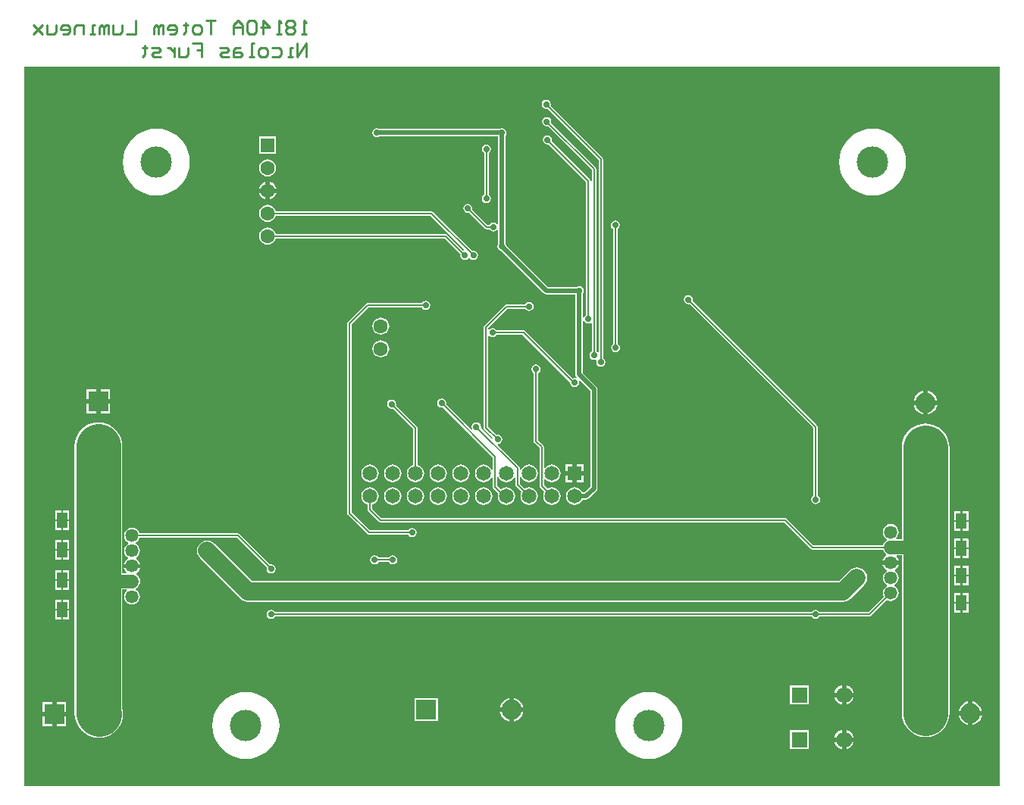
<source format=gbr>
%TF.GenerationSoftware,Altium Limited,Altium Designer,18.1.9 (240)*%
G04 Layer_Physical_Order=2*
G04 Layer_Color=16711680*
%FSLAX43Y43*%
%MOMM*%
%TF.FileFunction,Copper,L2,Bot,Signal*%
%TF.Part,Single*%
G01*
G75*
%TA.AperFunction,SMDPad,CuDef*%
%ADD11R,1.150X1.800*%
%TA.AperFunction,Conductor*%
%ADD29C,2.000*%
%ADD30C,0.200*%
%ADD31C,0.500*%
%ADD34C,1.500*%
%TA.AperFunction,NonConductor*%
%ADD36C,0.254*%
%TA.AperFunction,ComponentPad*%
%ADD37R,2.250X2.250*%
%ADD38C,2.250*%
%ADD39C,1.470*%
%ADD40R,2.250X2.250*%
%ADD41C,1.600*%
%ADD42R,1.600X1.600*%
%ADD43C,1.650*%
%ADD44R,1.650X1.650*%
%ADD45R,1.800X1.800*%
%ADD46C,1.800*%
%TA.AperFunction,ViaPad*%
%ADD47C,0.710*%
%ADD48C,3.500*%
%ADD49C,1.500*%
%ADD50C,1.270*%
%TA.AperFunction,Conductor*%
%ADD51C,5.000*%
G36*
X109219Y255D02*
X255D01*
X255Y80645D01*
X109219D01*
X109219Y255D01*
D02*
G37*
%LPC*%
G36*
X28382Y72832D02*
X26482D01*
Y70932D01*
X28382D01*
Y72832D01*
D02*
G37*
G36*
X27432Y70300D02*
X27184Y70268D01*
X26953Y70172D01*
X26754Y70020D01*
X26602Y69821D01*
X26506Y69590D01*
X26474Y69342D01*
X26506Y69094D01*
X26602Y68863D01*
X26754Y68664D01*
X26953Y68512D01*
X27184Y68416D01*
X27432Y68384D01*
X27680Y68416D01*
X27911Y68512D01*
X28110Y68664D01*
X28262Y68863D01*
X28358Y69094D01*
X28390Y69342D01*
X28358Y69590D01*
X28262Y69821D01*
X28110Y70020D01*
X27911Y70172D01*
X27680Y70268D01*
X27432Y70300D01*
D02*
G37*
G36*
X27682Y67778D02*
Y67052D01*
X28408D01*
X28406Y67063D01*
X28305Y67306D01*
X28145Y67515D01*
X27936Y67675D01*
X27693Y67776D01*
X27682Y67778D01*
D02*
G37*
G36*
X27182D02*
X27171Y67776D01*
X26928Y67675D01*
X26719Y67515D01*
X26559Y67306D01*
X26458Y67063D01*
X26456Y67052D01*
X27182D01*
Y67778D01*
D02*
G37*
G36*
X95000Y73737D02*
X94415Y73691D01*
X93845Y73554D01*
X93304Y73329D01*
X92804Y73023D01*
X92358Y72642D01*
X91977Y72196D01*
X91671Y71696D01*
X91446Y71155D01*
X91309Y70585D01*
X91263Y70000D01*
X91309Y69415D01*
X91446Y68845D01*
X91671Y68304D01*
X91977Y67804D01*
X92358Y67358D01*
X92804Y66977D01*
X93304Y66671D01*
X93845Y66446D01*
X94415Y66309D01*
X95000Y66263D01*
X95585Y66309D01*
X96155Y66446D01*
X96696Y66671D01*
X97196Y66977D01*
X97642Y67358D01*
X98023Y67804D01*
X98329Y68304D01*
X98554Y68845D01*
X98691Y69415D01*
X98737Y70000D01*
X98691Y70585D01*
X98554Y71155D01*
X98329Y71696D01*
X98023Y72196D01*
X97642Y72642D01*
X97196Y73023D01*
X96696Y73329D01*
X96155Y73554D01*
X95585Y73691D01*
X95000Y73737D01*
D02*
G37*
G36*
X15000D02*
X14415Y73691D01*
X13845Y73554D01*
X13304Y73329D01*
X12804Y73023D01*
X12358Y72642D01*
X11977Y72196D01*
X11671Y71696D01*
X11446Y71155D01*
X11309Y70585D01*
X11263Y70000D01*
X11309Y69415D01*
X11446Y68845D01*
X11671Y68304D01*
X11977Y67804D01*
X12358Y67358D01*
X12804Y66977D01*
X13304Y66671D01*
X13845Y66446D01*
X14415Y66309D01*
X15000Y66263D01*
X15585Y66309D01*
X16155Y66446D01*
X16696Y66671D01*
X17196Y66977D01*
X17642Y67358D01*
X18023Y67804D01*
X18329Y68304D01*
X18554Y68845D01*
X18691Y69415D01*
X18737Y70000D01*
X18691Y70585D01*
X18554Y71155D01*
X18329Y71696D01*
X18023Y72196D01*
X17642Y72642D01*
X17196Y73023D01*
X16696Y73329D01*
X16155Y73554D01*
X15585Y73691D01*
X15000Y73737D01*
D02*
G37*
G36*
X28408Y66552D02*
X27682D01*
Y65826D01*
X27693Y65828D01*
X27936Y65928D01*
X28145Y66089D01*
X28305Y66298D01*
X28406Y66541D01*
X28408Y66552D01*
D02*
G37*
G36*
X27182D02*
X26456D01*
X26458Y66541D01*
X26559Y66298D01*
X26719Y66089D01*
X26928Y65928D01*
X27171Y65828D01*
X27182Y65826D01*
Y66552D01*
D02*
G37*
G36*
X51855Y71944D02*
X51658Y71905D01*
X51491Y71793D01*
X51379Y71626D01*
X51340Y71429D01*
X51379Y71232D01*
X51491Y71065D01*
X51600Y70992D01*
Y66350D01*
X51491Y66277D01*
X51379Y66110D01*
X51340Y65913D01*
X51379Y65716D01*
X51491Y65549D01*
X51658Y65437D01*
X51855Y65398D01*
X52052Y65437D01*
X52219Y65549D01*
X52331Y65716D01*
X52370Y65913D01*
X52331Y66110D01*
X52219Y66277D01*
X52110Y66350D01*
Y70992D01*
X52219Y71065D01*
X52331Y71232D01*
X52370Y71429D01*
X52331Y71626D01*
X52219Y71793D01*
X52052Y71905D01*
X51855Y71944D01*
D02*
G37*
G36*
X27432Y65220D02*
X27184Y65188D01*
X26953Y65092D01*
X26754Y64940D01*
X26602Y64741D01*
X26506Y64510D01*
X26474Y64262D01*
X26506Y64014D01*
X26602Y63783D01*
X26754Y63584D01*
X26953Y63432D01*
X27184Y63336D01*
X27432Y63304D01*
X27680Y63336D01*
X27911Y63432D01*
X28110Y63584D01*
X28262Y63783D01*
X28355Y64007D01*
X45614D01*
X49352Y60269D01*
X49313Y60129D01*
X49263Y60116D01*
X47476Y61902D01*
X47394Y61957D01*
X47296Y61977D01*
X28355D01*
X28262Y62201D01*
X28110Y62400D01*
X27911Y62552D01*
X27680Y62648D01*
X27432Y62680D01*
X27184Y62648D01*
X26953Y62552D01*
X26754Y62400D01*
X26602Y62201D01*
X26506Y61970D01*
X26474Y61722D01*
X26506Y61474D01*
X26602Y61243D01*
X26754Y61044D01*
X26953Y60892D01*
X27184Y60796D01*
X27432Y60764D01*
X27680Y60796D01*
X27911Y60892D01*
X28110Y61044D01*
X28262Y61243D01*
X28355Y61467D01*
X47190D01*
X48966Y59692D01*
X48940Y59563D01*
X48979Y59366D01*
X49091Y59199D01*
X49258Y59087D01*
X49455Y59048D01*
X49652Y59087D01*
X49819Y59199D01*
X49861Y59261D01*
X50013D01*
X50055Y59199D01*
X50222Y59087D01*
X50419Y59048D01*
X50616Y59087D01*
X50783Y59199D01*
X50895Y59366D01*
X50934Y59563D01*
X50895Y59760D01*
X50783Y59927D01*
X50616Y60039D01*
X50419Y60078D01*
X50290Y60052D01*
X45900Y64442D01*
X45818Y64497D01*
X45720Y64517D01*
X28355D01*
X28262Y64741D01*
X28110Y64940D01*
X27911Y65092D01*
X27680Y65188D01*
X27432Y65220D01*
D02*
G37*
G36*
X45085Y54490D02*
X44888Y54451D01*
X44721Y54339D01*
X44648Y54230D01*
X38608D01*
X38510Y54210D01*
X38428Y54155D01*
X36396Y52123D01*
X36340Y52041D01*
X36321Y51943D01*
Y30734D01*
X36340Y30636D01*
X36396Y30554D01*
X38555Y28395D01*
X38637Y28340D01*
X38735Y28320D01*
X43124D01*
X43197Y28211D01*
X43364Y28099D01*
X43561Y28060D01*
X43758Y28099D01*
X43925Y28211D01*
X44037Y28378D01*
X44076Y28575D01*
X44037Y28772D01*
X43925Y28939D01*
X43758Y29051D01*
X43561Y29090D01*
X43364Y29051D01*
X43197Y28939D01*
X43124Y28830D01*
X38841D01*
X36831Y30840D01*
Y51837D01*
X38714Y53720D01*
X44648D01*
X44721Y53611D01*
X44888Y53499D01*
X45085Y53460D01*
X45282Y53499D01*
X45449Y53611D01*
X45561Y53778D01*
X45600Y53975D01*
X45561Y54172D01*
X45449Y54339D01*
X45282Y54451D01*
X45085Y54490D01*
D02*
G37*
G36*
X40075Y52620D02*
X39827Y52588D01*
X39596Y52492D01*
X39397Y52340D01*
X39245Y52141D01*
X39149Y51910D01*
X39117Y51662D01*
X39149Y51414D01*
X39245Y51183D01*
X39397Y50984D01*
X39596Y50832D01*
X39827Y50736D01*
X40075Y50704D01*
X40323Y50736D01*
X40554Y50832D01*
X40753Y50984D01*
X40905Y51183D01*
X41001Y51414D01*
X41033Y51662D01*
X41001Y51910D01*
X40905Y52141D01*
X40753Y52340D01*
X40554Y52492D01*
X40323Y52588D01*
X40075Y52620D01*
D02*
G37*
G36*
X66267Y63458D02*
X66070Y63419D01*
X65903Y63307D01*
X65791Y63140D01*
X65752Y62943D01*
X65791Y62746D01*
X65903Y62579D01*
X66012Y62506D01*
Y49669D01*
X65930Y49614D01*
X65818Y49447D01*
X65779Y49250D01*
X65818Y49053D01*
X65930Y48886D01*
X66097Y48774D01*
X66294Y48735D01*
X66491Y48774D01*
X66658Y48886D01*
X66770Y49053D01*
X66809Y49250D01*
X66770Y49447D01*
X66658Y49614D01*
X66522Y49705D01*
Y62506D01*
X66631Y62579D01*
X66743Y62746D01*
X66782Y62943D01*
X66743Y63140D01*
X66631Y63307D01*
X66464Y63419D01*
X66267Y63458D01*
D02*
G37*
G36*
X58547Y76969D02*
X58350Y76930D01*
X58183Y76818D01*
X58071Y76651D01*
X58032Y76454D01*
X58071Y76257D01*
X58183Y76090D01*
X58350Y75978D01*
X58547Y75939D01*
X58676Y75965D01*
X64388Y70252D01*
Y48766D01*
X64261Y48727D01*
X64245Y48751D01*
X64136Y48824D01*
Y69215D01*
X64116Y69313D01*
X64061Y69395D01*
X59086Y74370D01*
X59112Y74499D01*
X59073Y74696D01*
X58961Y74863D01*
X58794Y74975D01*
X58597Y75014D01*
X58400Y74975D01*
X58233Y74863D01*
X58121Y74696D01*
X58082Y74499D01*
X58121Y74302D01*
X58233Y74135D01*
X58400Y74023D01*
X58597Y73984D01*
X58726Y74010D01*
X63626Y69109D01*
Y67899D01*
X63501Y67895D01*
X63481Y67993D01*
X63426Y68075D01*
X59163Y72338D01*
X59189Y72467D01*
X59150Y72664D01*
X59038Y72831D01*
X58871Y72943D01*
X58674Y72982D01*
X58477Y72943D01*
X58310Y72831D01*
X58198Y72664D01*
X58159Y72467D01*
X58198Y72270D01*
X58310Y72103D01*
X58477Y71991D01*
X58674Y71952D01*
X58803Y71978D01*
X62991Y67789D01*
Y52888D01*
X62882Y52815D01*
X62770Y52648D01*
X62765Y52621D01*
X62638Y52633D01*
Y55327D01*
X62706Y55429D01*
X62745Y55626D01*
X62706Y55823D01*
X62594Y55990D01*
X62427Y56102D01*
X62230Y56141D01*
X62033Y56102D01*
X61931Y56034D01*
X58715D01*
X54094Y60655D01*
X54070Y60775D01*
X54002Y60877D01*
Y72980D01*
X54070Y73082D01*
X54109Y73279D01*
X54070Y73476D01*
X53958Y73643D01*
X53791Y73755D01*
X53594Y73794D01*
X53397Y73755D01*
X53295Y73687D01*
X39923D01*
X39821Y73755D01*
X39624Y73794D01*
X39427Y73755D01*
X39260Y73643D01*
X39148Y73476D01*
X39109Y73279D01*
X39148Y73082D01*
X39260Y72915D01*
X39427Y72803D01*
X39624Y72764D01*
X39821Y72803D01*
X39923Y72871D01*
X53186D01*
Y63081D01*
X53059Y63042D01*
X53019Y63102D01*
X52852Y63214D01*
X52655Y63253D01*
X52458Y63214D01*
X52291Y63102D01*
X52218Y62993D01*
X51967D01*
X50273Y64686D01*
X50299Y64815D01*
X50260Y65012D01*
X50148Y65179D01*
X49981Y65291D01*
X49784Y65330D01*
X49587Y65291D01*
X49420Y65179D01*
X49308Y65012D01*
X49269Y64815D01*
X49308Y64618D01*
X49420Y64451D01*
X49587Y64339D01*
X49784Y64300D01*
X49913Y64326D01*
X51681Y62558D01*
X51763Y62503D01*
X51861Y62483D01*
X52218D01*
X52291Y62374D01*
X52458Y62262D01*
X52655Y62223D01*
X52852Y62262D01*
X53019Y62374D01*
X53059Y62434D01*
X53186Y62395D01*
Y60877D01*
X53118Y60775D01*
X53079Y60578D01*
X53118Y60381D01*
X53230Y60214D01*
X53397Y60102D01*
X53517Y60078D01*
X58258Y55338D01*
X58390Y55249D01*
X58546Y55218D01*
X58546Y55218D01*
X61822D01*
Y46391D01*
X61795Y46255D01*
X61826Y46099D01*
X61915Y45967D01*
X61942Y45940D01*
X61879Y45823D01*
X61722Y45854D01*
X61525Y45815D01*
X61498Y45797D01*
X56187Y51107D01*
X56105Y51162D01*
X56007Y51182D01*
X53015D01*
X52942Y51291D01*
X52775Y51403D01*
X52578Y51442D01*
X52381Y51403D01*
X52214Y51291D01*
X52198Y51267D01*
X52071Y51306D01*
Y51456D01*
X54208Y53593D01*
X56205D01*
X56278Y53484D01*
X56445Y53372D01*
X56642Y53333D01*
X56839Y53372D01*
X57006Y53484D01*
X57118Y53651D01*
X57157Y53848D01*
X57118Y54045D01*
X57006Y54212D01*
X56839Y54324D01*
X56642Y54363D01*
X56445Y54324D01*
X56278Y54212D01*
X56205Y54103D01*
X54102D01*
X54004Y54083D01*
X53922Y54028D01*
X51636Y51742D01*
X51581Y51660D01*
X51561Y51562D01*
Y40307D01*
X51581Y40210D01*
X51636Y40127D01*
X52589Y39174D01*
X52573Y39096D01*
X52438Y39051D01*
X51232Y40257D01*
X51258Y40386D01*
X51219Y40583D01*
X51107Y40750D01*
X50940Y40862D01*
X50743Y40901D01*
X50546Y40862D01*
X50379Y40750D01*
X50267Y40583D01*
X50228Y40386D01*
X50267Y40189D01*
X50268Y40188D01*
X50169Y40107D01*
X47352Y42924D01*
X47378Y43053D01*
X47339Y43250D01*
X47227Y43417D01*
X47060Y43529D01*
X46863Y43568D01*
X46666Y43529D01*
X46499Y43417D01*
X46387Y43250D01*
X46348Y43053D01*
X46387Y42856D01*
X46499Y42689D01*
X46666Y42577D01*
X46863Y42538D01*
X46992Y42564D01*
X52577Y36978D01*
Y35623D01*
X52450Y35598D01*
X52414Y35686D01*
X52257Y35889D01*
X52054Y36046D01*
X51817Y36144D01*
X51562Y36177D01*
X51307Y36144D01*
X51070Y36046D01*
X50867Y35889D01*
X50710Y35686D01*
X50612Y35449D01*
X50579Y35194D01*
X50612Y34939D01*
X50710Y34702D01*
X50867Y34499D01*
X51070Y34342D01*
X51307Y34244D01*
X51562Y34211D01*
X51817Y34244D01*
X52054Y34342D01*
X52257Y34499D01*
X52414Y34702D01*
X52450Y34790D01*
X52577Y34765D01*
Y33655D01*
X52597Y33557D01*
X52652Y33475D01*
X53171Y32955D01*
X53152Y32909D01*
X53119Y32654D01*
X53152Y32399D01*
X53250Y32162D01*
X53407Y31959D01*
X53610Y31802D01*
X53847Y31704D01*
X54102Y31671D01*
X54357Y31704D01*
X54594Y31802D01*
X54797Y31959D01*
X54954Y32162D01*
X55052Y32399D01*
X55085Y32654D01*
X55052Y32909D01*
X54954Y33146D01*
X54797Y33349D01*
X54594Y33506D01*
X54357Y33604D01*
X54102Y33637D01*
X53847Y33604D01*
X53610Y33506D01*
X53458Y33389D01*
X53087Y33761D01*
Y34765D01*
X53214Y34790D01*
X53250Y34702D01*
X53407Y34499D01*
X53610Y34342D01*
X53847Y34244D01*
X54102Y34211D01*
X54357Y34244D01*
X54594Y34342D01*
X54797Y34499D01*
X54954Y34702D01*
X54990Y34790D01*
X55117Y34765D01*
Y33909D01*
X55137Y33811D01*
X55192Y33729D01*
X55786Y33135D01*
X55692Y32909D01*
X55659Y32654D01*
X55692Y32399D01*
X55790Y32162D01*
X55947Y31959D01*
X56150Y31802D01*
X56387Y31704D01*
X56642Y31671D01*
X56897Y31704D01*
X57134Y31802D01*
X57337Y31959D01*
X57494Y32162D01*
X57592Y32399D01*
X57625Y32654D01*
X57592Y32909D01*
X57494Y33146D01*
X57337Y33349D01*
X57134Y33506D01*
X56897Y33604D01*
X56642Y33637D01*
X56387Y33604D01*
X56150Y33506D01*
X56142Y33499D01*
X55627Y34015D01*
Y34765D01*
X55754Y34790D01*
X55790Y34702D01*
X55947Y34499D01*
X56150Y34342D01*
X56387Y34244D01*
X56642Y34211D01*
X56897Y34244D01*
X57134Y34342D01*
X57337Y34499D01*
X57494Y34702D01*
X57592Y34939D01*
X57625Y35194D01*
X57592Y35449D01*
X57494Y35686D01*
X57337Y35889D01*
X57134Y36046D01*
X56897Y36144D01*
X56642Y36177D01*
X56387Y36144D01*
X56150Y36046D01*
X55947Y35889D01*
X55790Y35686D01*
X55754Y35598D01*
X55627Y35623D01*
Y35757D01*
X55607Y35855D01*
X55552Y35937D01*
X53119Y38370D01*
X53169Y38500D01*
X53315Y38529D01*
X53482Y38641D01*
X53594Y38808D01*
X53633Y39005D01*
X53594Y39202D01*
X53482Y39369D01*
X53315Y39481D01*
X53118Y39520D01*
X52989Y39494D01*
X52071Y40413D01*
Y50548D01*
X52198Y50587D01*
X52214Y50563D01*
X52381Y50451D01*
X52578Y50412D01*
X52775Y50451D01*
X52942Y50563D01*
X53015Y50672D01*
X55901D01*
X61212Y45362D01*
X61207Y45339D01*
X61246Y45142D01*
X61358Y44975D01*
X61525Y44863D01*
X61722Y44824D01*
X61919Y44863D01*
X62086Y44975D01*
X62198Y45142D01*
X62237Y45339D01*
X62206Y45496D01*
X62323Y45559D01*
X63473Y44408D01*
Y33697D01*
X62838Y33062D01*
X62608D01*
X62574Y33146D01*
X62417Y33349D01*
X62214Y33506D01*
X61977Y33604D01*
X61722Y33637D01*
X61467Y33604D01*
X61230Y33506D01*
X61027Y33349D01*
X60870Y33146D01*
X60772Y32909D01*
X60739Y32654D01*
X60772Y32399D01*
X60870Y32162D01*
X61027Y31959D01*
X61230Y31802D01*
X61467Y31704D01*
X61722Y31671D01*
X61977Y31704D01*
X62214Y31802D01*
X62417Y31959D01*
X62574Y32162D01*
X62608Y32246D01*
X63007D01*
X63007Y32246D01*
X63163Y32277D01*
X63295Y32366D01*
X64169Y33240D01*
X64169Y33240D01*
X64258Y33372D01*
X64289Y33528D01*
X64289Y33528D01*
Y44577D01*
X64289Y44577D01*
X64258Y44733D01*
X64169Y44865D01*
X62638Y46397D01*
Y52269D01*
X62765Y52281D01*
X62770Y52254D01*
X62882Y52087D01*
X63049Y51975D01*
X63246Y51936D01*
X63443Y51975D01*
X63499Y52013D01*
X63626Y51945D01*
Y48824D01*
X63517Y48751D01*
X63405Y48584D01*
X63366Y48387D01*
X63405Y48190D01*
X63517Y48023D01*
X63684Y47911D01*
X63881Y47872D01*
X64074Y47910D01*
X64093Y47897D01*
X64153Y47837D01*
X64166Y47818D01*
X64128Y47625D01*
X64167Y47428D01*
X64279Y47261D01*
X64446Y47149D01*
X64643Y47110D01*
X64840Y47149D01*
X65007Y47261D01*
X65119Y47428D01*
X65158Y47625D01*
X65119Y47822D01*
X65007Y47989D01*
X64898Y48062D01*
Y70358D01*
X64878Y70456D01*
X64823Y70538D01*
X59036Y76325D01*
X59062Y76454D01*
X59023Y76651D01*
X58911Y76818D01*
X58744Y76930D01*
X58547Y76969D01*
D02*
G37*
G36*
X40075Y50080D02*
X39827Y50048D01*
X39596Y49952D01*
X39397Y49800D01*
X39245Y49601D01*
X39149Y49370D01*
X39117Y49122D01*
X39149Y48874D01*
X39245Y48643D01*
X39397Y48444D01*
X39596Y48292D01*
X39827Y48196D01*
X40075Y48164D01*
X40323Y48196D01*
X40554Y48292D01*
X40753Y48444D01*
X40905Y48643D01*
X41001Y48874D01*
X41033Y49122D01*
X41001Y49370D01*
X40905Y49601D01*
X40753Y49800D01*
X40554Y49952D01*
X40323Y50048D01*
X40075Y50080D01*
D02*
G37*
G36*
X9834Y44552D02*
X8759D01*
Y43477D01*
X9834D01*
Y44552D01*
D02*
G37*
G36*
X8259D02*
X7184D01*
Y43477D01*
X8259D01*
Y44552D01*
D02*
G37*
G36*
X101168Y44404D02*
Y43350D01*
X102222D01*
X102209Y43446D01*
X102075Y43768D01*
X101863Y44045D01*
X101586Y44257D01*
X101264Y44391D01*
X101168Y44404D01*
D02*
G37*
G36*
X100668D02*
X100572Y44391D01*
X100250Y44257D01*
X99973Y44045D01*
X99761Y43768D01*
X99627Y43446D01*
X99614Y43350D01*
X100668D01*
Y44404D01*
D02*
G37*
G36*
X9834Y42977D02*
X8759D01*
Y41902D01*
X9834D01*
Y42977D01*
D02*
G37*
G36*
X8259D02*
X7184D01*
Y41902D01*
X8259D01*
Y42977D01*
D02*
G37*
G36*
X102222Y42850D02*
X101168D01*
Y41796D01*
X101264Y41809D01*
X101586Y41943D01*
X101863Y42155D01*
X102075Y42432D01*
X102209Y42754D01*
X102222Y42850D01*
D02*
G37*
G36*
X100668D02*
X99614D01*
X99627Y42754D01*
X99761Y42432D01*
X99973Y42155D01*
X100250Y41943D01*
X100572Y41809D01*
X100668Y41796D01*
Y42850D01*
D02*
G37*
G36*
X62747Y36219D02*
X61972D01*
Y35444D01*
X62747D01*
Y36219D01*
D02*
G37*
G36*
X61472D02*
X60697D01*
Y35444D01*
X61472D01*
Y36219D01*
D02*
G37*
G36*
X57404Y47353D02*
X57207Y47314D01*
X57040Y47202D01*
X56928Y47035D01*
X56889Y46838D01*
X56928Y46641D01*
X57040Y46474D01*
X57149Y46401D01*
Y38786D01*
X57168Y38688D01*
X57224Y38606D01*
X57784Y38045D01*
Y33797D01*
X57804Y33699D01*
X57859Y33617D01*
X58330Y33145D01*
X58232Y32909D01*
X58199Y32654D01*
X58232Y32399D01*
X58330Y32162D01*
X58487Y31959D01*
X58690Y31802D01*
X58927Y31704D01*
X59182Y31671D01*
X59437Y31704D01*
X59674Y31802D01*
X59877Y31959D01*
X60034Y32162D01*
X60132Y32399D01*
X60165Y32654D01*
X60132Y32909D01*
X60034Y33146D01*
X59877Y33349D01*
X59674Y33506D01*
X59437Y33604D01*
X59182Y33637D01*
X58927Y33604D01*
X58691Y33506D01*
X58294Y33903D01*
Y34541D01*
X58421Y34584D01*
X58487Y34499D01*
X58690Y34342D01*
X58927Y34244D01*
X59182Y34211D01*
X59437Y34244D01*
X59674Y34342D01*
X59877Y34499D01*
X60034Y34702D01*
X60132Y34939D01*
X60165Y35194D01*
X60132Y35449D01*
X60034Y35686D01*
X59877Y35889D01*
X59674Y36046D01*
X59437Y36144D01*
X59182Y36177D01*
X58927Y36144D01*
X58690Y36046D01*
X58487Y35889D01*
X58421Y35804D01*
X58294Y35847D01*
Y38151D01*
X58274Y38249D01*
X58219Y38331D01*
X57659Y38892D01*
Y46401D01*
X57768Y46474D01*
X57880Y46641D01*
X57919Y46838D01*
X57880Y47035D01*
X57768Y47202D01*
X57601Y47314D01*
X57404Y47353D01*
D02*
G37*
G36*
X49022Y36177D02*
X48767Y36144D01*
X48530Y36046D01*
X48327Y35889D01*
X48170Y35686D01*
X48072Y35449D01*
X48039Y35194D01*
X48072Y34939D01*
X48170Y34702D01*
X48327Y34499D01*
X48530Y34342D01*
X48767Y34244D01*
X49022Y34211D01*
X49277Y34244D01*
X49514Y34342D01*
X49717Y34499D01*
X49874Y34702D01*
X49972Y34939D01*
X50005Y35194D01*
X49972Y35449D01*
X49874Y35686D01*
X49717Y35889D01*
X49514Y36046D01*
X49277Y36144D01*
X49022Y36177D01*
D02*
G37*
G36*
X46482D02*
X46227Y36144D01*
X45990Y36046D01*
X45787Y35889D01*
X45630Y35686D01*
X45532Y35449D01*
X45499Y35194D01*
X45532Y34939D01*
X45630Y34702D01*
X45787Y34499D01*
X45990Y34342D01*
X46227Y34244D01*
X46482Y34211D01*
X46737Y34244D01*
X46974Y34342D01*
X47177Y34499D01*
X47334Y34702D01*
X47432Y34939D01*
X47465Y35194D01*
X47432Y35449D01*
X47334Y35686D01*
X47177Y35889D01*
X46974Y36046D01*
X46737Y36144D01*
X46482Y36177D01*
D02*
G37*
G36*
X41275Y43441D02*
X41078Y43402D01*
X40911Y43290D01*
X40799Y43123D01*
X40760Y42926D01*
X40799Y42729D01*
X40911Y42562D01*
X41078Y42450D01*
X41275Y42411D01*
X41404Y42437D01*
X43687Y40153D01*
Y36144D01*
X43450Y36046D01*
X43247Y35889D01*
X43090Y35686D01*
X42992Y35449D01*
X42959Y35194D01*
X42992Y34939D01*
X43090Y34702D01*
X43247Y34499D01*
X43450Y34342D01*
X43687Y34244D01*
X43942Y34211D01*
X44197Y34244D01*
X44434Y34342D01*
X44637Y34499D01*
X44794Y34702D01*
X44892Y34939D01*
X44925Y35194D01*
X44892Y35449D01*
X44794Y35686D01*
X44637Y35889D01*
X44434Y36046D01*
X44197Y36144D01*
Y40259D01*
X44177Y40357D01*
X44122Y40439D01*
X41764Y42797D01*
X41790Y42926D01*
X41751Y43123D01*
X41639Y43290D01*
X41472Y43402D01*
X41275Y43441D01*
D02*
G37*
G36*
X41402Y36177D02*
X41147Y36144D01*
X40910Y36046D01*
X40707Y35889D01*
X40550Y35686D01*
X40452Y35449D01*
X40419Y35194D01*
X40452Y34939D01*
X40550Y34702D01*
X40707Y34499D01*
X40910Y34342D01*
X41147Y34244D01*
X41402Y34211D01*
X41657Y34244D01*
X41894Y34342D01*
X42097Y34499D01*
X42254Y34702D01*
X42352Y34939D01*
X42385Y35194D01*
X42352Y35449D01*
X42254Y35686D01*
X42097Y35889D01*
X41894Y36046D01*
X41657Y36144D01*
X41402Y36177D01*
D02*
G37*
G36*
X38862D02*
X38607Y36144D01*
X38370Y36046D01*
X38167Y35889D01*
X38010Y35686D01*
X37912Y35449D01*
X37879Y35194D01*
X37912Y34939D01*
X38010Y34702D01*
X38167Y34499D01*
X38370Y34342D01*
X38607Y34244D01*
X38862Y34211D01*
X39117Y34244D01*
X39354Y34342D01*
X39557Y34499D01*
X39714Y34702D01*
X39812Y34939D01*
X39845Y35194D01*
X39812Y35449D01*
X39714Y35686D01*
X39557Y35889D01*
X39354Y36046D01*
X39117Y36144D01*
X38862Y36177D01*
D02*
G37*
G36*
X62747Y34944D02*
X61972D01*
Y34169D01*
X62747D01*
Y34944D01*
D02*
G37*
G36*
X61472D02*
X60697D01*
Y34169D01*
X61472D01*
Y34944D01*
D02*
G37*
G36*
X74422Y55125D02*
X74225Y55086D01*
X74058Y54974D01*
X73946Y54807D01*
X73907Y54610D01*
X73946Y54413D01*
X74058Y54246D01*
X74225Y54134D01*
X74422Y54095D01*
X74551Y54121D01*
X88391Y40280D01*
Y32695D01*
X88282Y32622D01*
X88170Y32455D01*
X88131Y32258D01*
X88170Y32061D01*
X88282Y31894D01*
X88449Y31782D01*
X88646Y31743D01*
X88843Y31782D01*
X89010Y31894D01*
X89122Y32061D01*
X89161Y32258D01*
X89122Y32455D01*
X89010Y32622D01*
X88901Y32695D01*
Y40386D01*
X88881Y40484D01*
X88826Y40566D01*
X74911Y54481D01*
X74937Y54610D01*
X74898Y54807D01*
X74786Y54974D01*
X74619Y55086D01*
X74422Y55125D01*
D02*
G37*
G36*
X51562Y33637D02*
X51307Y33604D01*
X51070Y33506D01*
X50867Y33349D01*
X50710Y33146D01*
X50612Y32909D01*
X50579Y32654D01*
X50612Y32399D01*
X50710Y32162D01*
X50867Y31959D01*
X51070Y31802D01*
X51307Y31704D01*
X51562Y31671D01*
X51817Y31704D01*
X52054Y31802D01*
X52257Y31959D01*
X52414Y32162D01*
X52512Y32399D01*
X52545Y32654D01*
X52512Y32909D01*
X52414Y33146D01*
X52257Y33349D01*
X52054Y33506D01*
X51817Y33604D01*
X51562Y33637D01*
D02*
G37*
G36*
X49022D02*
X48767Y33604D01*
X48530Y33506D01*
X48327Y33349D01*
X48170Y33146D01*
X48072Y32909D01*
X48039Y32654D01*
X48072Y32399D01*
X48170Y32162D01*
X48327Y31959D01*
X48530Y31802D01*
X48767Y31704D01*
X49022Y31671D01*
X49277Y31704D01*
X49514Y31802D01*
X49717Y31959D01*
X49874Y32162D01*
X49972Y32399D01*
X50005Y32654D01*
X49972Y32909D01*
X49874Y33146D01*
X49717Y33349D01*
X49514Y33506D01*
X49277Y33604D01*
X49022Y33637D01*
D02*
G37*
G36*
X46482D02*
X46227Y33604D01*
X45990Y33506D01*
X45787Y33349D01*
X45630Y33146D01*
X45532Y32909D01*
X45499Y32654D01*
X45532Y32399D01*
X45630Y32162D01*
X45787Y31959D01*
X45990Y31802D01*
X46227Y31704D01*
X46482Y31671D01*
X46737Y31704D01*
X46974Y31802D01*
X47177Y31959D01*
X47334Y32162D01*
X47432Y32399D01*
X47465Y32654D01*
X47432Y32909D01*
X47334Y33146D01*
X47177Y33349D01*
X46974Y33506D01*
X46737Y33604D01*
X46482Y33637D01*
D02*
G37*
G36*
X43942D02*
X43687Y33604D01*
X43450Y33506D01*
X43247Y33349D01*
X43090Y33146D01*
X42992Y32909D01*
X42959Y32654D01*
X42992Y32399D01*
X43090Y32162D01*
X43247Y31959D01*
X43450Y31802D01*
X43687Y31704D01*
X43942Y31671D01*
X44197Y31704D01*
X44434Y31802D01*
X44637Y31959D01*
X44794Y32162D01*
X44892Y32399D01*
X44925Y32654D01*
X44892Y32909D01*
X44794Y33146D01*
X44637Y33349D01*
X44434Y33506D01*
X44197Y33604D01*
X43942Y33637D01*
D02*
G37*
G36*
X41402D02*
X41147Y33604D01*
X40910Y33506D01*
X40707Y33349D01*
X40550Y33146D01*
X40452Y32909D01*
X40419Y32654D01*
X40452Y32399D01*
X40550Y32162D01*
X40707Y31959D01*
X40910Y31802D01*
X41147Y31704D01*
X41402Y31671D01*
X41657Y31704D01*
X41894Y31802D01*
X42097Y31959D01*
X42254Y32162D01*
X42352Y32399D01*
X42385Y32654D01*
X42352Y32909D01*
X42254Y33146D01*
X42097Y33349D01*
X41894Y33506D01*
X41657Y33604D01*
X41402Y33637D01*
D02*
G37*
G36*
X5244Y31072D02*
X4569D01*
Y30072D01*
X5244D01*
Y31072D01*
D02*
G37*
G36*
X4369D02*
X3694D01*
Y30072D01*
X4369D01*
Y31072D01*
D02*
G37*
G36*
X105701Y30945D02*
X105026D01*
Y29945D01*
X105701D01*
Y30945D01*
D02*
G37*
G36*
X104826D02*
X104151D01*
Y29945D01*
X104826D01*
Y30945D01*
D02*
G37*
G36*
X5244Y29872D02*
X4569D01*
Y28872D01*
X5244D01*
Y29872D01*
D02*
G37*
G36*
X4369D02*
X3694D01*
Y28872D01*
X4369D01*
Y29872D01*
D02*
G37*
G36*
X105701Y29745D02*
X105026D01*
Y28745D01*
X105701D01*
Y29745D01*
D02*
G37*
G36*
X104826D02*
X104151D01*
Y28745D01*
X104826D01*
Y29745D01*
D02*
G37*
G36*
X100918Y40758D02*
X100502Y40725D01*
X100097Y40628D01*
X99711Y40468D01*
X99356Y40251D01*
X99038Y39980D01*
X98767Y39662D01*
X98550Y39307D01*
X98390Y38921D01*
X98293Y38516D01*
X98260Y38100D01*
Y27832D01*
X97658D01*
X97615Y27959D01*
X97659Y27993D01*
X97801Y28178D01*
X97890Y28393D01*
X97921Y28624D01*
X97890Y28855D01*
X97801Y29070D01*
X97659Y29255D01*
X97474Y29397D01*
X97259Y29486D01*
X97028Y29517D01*
X96797Y29486D01*
X96582Y29397D01*
X96397Y29255D01*
X96255Y29070D01*
X96166Y28855D01*
X96135Y28624D01*
X96166Y28393D01*
X96255Y28178D01*
X96397Y27993D01*
X96582Y27851D01*
X96595Y27846D01*
Y27719D01*
X96574Y27710D01*
X96386Y27566D01*
X96242Y27378D01*
X96159Y27179D01*
X88371D01*
X85397Y30152D01*
X85315Y30207D01*
X85217Y30227D01*
X40111D01*
X39117Y31221D01*
Y31704D01*
X39354Y31802D01*
X39557Y31959D01*
X39714Y32162D01*
X39812Y32399D01*
X39845Y32654D01*
X39812Y32909D01*
X39714Y33146D01*
X39557Y33349D01*
X39354Y33506D01*
X39117Y33604D01*
X38862Y33637D01*
X38607Y33604D01*
X38370Y33506D01*
X38167Y33349D01*
X38010Y33146D01*
X37912Y32909D01*
X37879Y32654D01*
X37912Y32399D01*
X38010Y32162D01*
X38167Y31959D01*
X38370Y31802D01*
X38607Y31704D01*
Y31115D01*
X38626Y31017D01*
X38682Y30935D01*
X39825Y29792D01*
X39907Y29737D01*
X40005Y29717D01*
X85111D01*
X88085Y26744D01*
X88167Y26689D01*
X88265Y26669D01*
X96159D01*
X96242Y26470D01*
X96386Y26282D01*
X96542Y26162D01*
X96551Y26081D01*
X96549Y26056D01*
X96537Y26016D01*
X96361Y25881D01*
X96211Y25686D01*
X96120Y25464D01*
X97028D01*
X97936D01*
X97845Y25686D01*
X97695Y25881D01*
X97675Y25896D01*
X97716Y26016D01*
X98260D01*
Y8382D01*
X98293Y7966D01*
X98390Y7561D01*
X98550Y7175D01*
X98767Y6820D01*
X99038Y6502D01*
X99356Y6231D01*
X99711Y6014D01*
X100097Y5854D01*
X100502Y5757D01*
X100918Y5724D01*
X101334Y5757D01*
X101739Y5854D01*
X102125Y6014D01*
X102480Y6231D01*
X102798Y6502D01*
X103069Y6820D01*
X103286Y7175D01*
X103446Y7561D01*
X103543Y7966D01*
X103576Y8382D01*
Y26924D01*
Y38100D01*
X103543Y38516D01*
X103446Y38921D01*
X103286Y39307D01*
X103069Y39662D01*
X102798Y39980D01*
X102480Y40251D01*
X102125Y40468D01*
X101739Y40628D01*
X101334Y40725D01*
X100918Y40758D01*
D02*
G37*
G36*
X105701Y27897D02*
X105026D01*
Y26897D01*
X105701D01*
Y27897D01*
D02*
G37*
G36*
X104826D02*
X104151D01*
Y26897D01*
X104826D01*
Y27897D01*
D02*
G37*
G36*
X5244Y27728D02*
X4569D01*
Y26728D01*
X5244D01*
Y27728D01*
D02*
G37*
G36*
X4369D02*
X3694D01*
Y26728D01*
X4369D01*
Y27728D01*
D02*
G37*
G36*
X41402Y26027D02*
X41205Y25988D01*
X41038Y25876D01*
X40965Y25767D01*
X39822D01*
X39749Y25876D01*
X39582Y25988D01*
X39385Y26027D01*
X39188Y25988D01*
X39021Y25876D01*
X38909Y25709D01*
X38870Y25512D01*
X38909Y25315D01*
X39021Y25148D01*
X39188Y25036D01*
X39385Y24997D01*
X39582Y25036D01*
X39749Y25148D01*
X39822Y25257D01*
X40965D01*
X41038Y25148D01*
X41205Y25036D01*
X41402Y24997D01*
X41599Y25036D01*
X41766Y25148D01*
X41878Y25315D01*
X41917Y25512D01*
X41878Y25709D01*
X41766Y25876D01*
X41599Y25988D01*
X41402Y26027D01*
D02*
G37*
G36*
X105701Y26697D02*
X105026D01*
Y25697D01*
X105701D01*
Y26697D01*
D02*
G37*
G36*
X104826D02*
X104151D01*
Y25697D01*
X104826D01*
Y26697D01*
D02*
G37*
G36*
X5244Y26528D02*
X4569D01*
Y25528D01*
X5244D01*
Y26528D01*
D02*
G37*
G36*
X4369D02*
X3694D01*
Y25528D01*
X4369D01*
Y26528D01*
D02*
G37*
G36*
X12279Y29117D02*
X12048Y29086D01*
X11833Y28997D01*
X11648Y28855D01*
X11506Y28670D01*
X11417Y28455D01*
X11386Y28224D01*
X11417Y27993D01*
X11506Y27778D01*
X11648Y27593D01*
X11833Y27451D01*
X11865Y27438D01*
Y27310D01*
X11833Y27297D01*
X11648Y27155D01*
X11506Y26970D01*
X11417Y26755D01*
X11386Y26524D01*
X11417Y26293D01*
X11506Y26078D01*
X11648Y25893D01*
X11801Y25775D01*
X11806Y25669D01*
X11793Y25630D01*
X11612Y25491D01*
X11462Y25296D01*
X11371Y25074D01*
X12279D01*
X13187D01*
X13096Y25296D01*
X12946Y25491D01*
X12765Y25630D01*
X12752Y25669D01*
X12757Y25775D01*
X12910Y25893D01*
X13052Y26078D01*
X13141Y26293D01*
X13172Y26524D01*
X13141Y26755D01*
X13052Y26970D01*
X12910Y27155D01*
X12725Y27297D01*
X12693Y27310D01*
Y27438D01*
X12725Y27451D01*
X12910Y27593D01*
X13052Y27778D01*
X13131Y27969D01*
X23994D01*
X27324Y24640D01*
X27298Y24511D01*
X27337Y24314D01*
X27449Y24147D01*
X27616Y24035D01*
X27813Y23996D01*
X28010Y24035D01*
X28177Y24147D01*
X28289Y24314D01*
X28328Y24511D01*
X28289Y24708D01*
X28177Y24875D01*
X28010Y24987D01*
X27813Y25026D01*
X27684Y25000D01*
X24280Y28404D01*
X24198Y28459D01*
X24100Y28479D01*
X13131D01*
X13052Y28670D01*
X12910Y28855D01*
X12725Y28997D01*
X12510Y29086D01*
X12279Y29117D01*
D02*
G37*
G36*
X105701Y24849D02*
X105026D01*
Y23849D01*
X105701D01*
Y24849D01*
D02*
G37*
G36*
X104826D02*
X104151D01*
Y23849D01*
X104826D01*
Y24849D01*
D02*
G37*
G36*
X5244Y24383D02*
X4569D01*
Y23383D01*
X5244D01*
Y24383D01*
D02*
G37*
G36*
X4369D02*
X3694D01*
Y23383D01*
X4369D01*
Y24383D01*
D02*
G37*
G36*
X105701Y23649D02*
X105026D01*
Y22649D01*
X105701D01*
Y23649D01*
D02*
G37*
G36*
X104826D02*
X104151D01*
Y22649D01*
X104826D01*
Y23649D01*
D02*
G37*
G36*
X5244Y23183D02*
X4569D01*
Y22183D01*
X5244D01*
Y23183D01*
D02*
G37*
G36*
X4369D02*
X3694D01*
Y22183D01*
X4369D01*
Y23183D01*
D02*
G37*
G36*
X97936Y24964D02*
X97028D01*
X96120D01*
X96211Y24742D01*
X96361Y24547D01*
X96542Y24408D01*
X96555Y24369D01*
X96550Y24263D01*
X96397Y24145D01*
X96255Y23960D01*
X96166Y23745D01*
X96135Y23514D01*
X96166Y23283D01*
X96255Y23068D01*
X96397Y22883D01*
X96582Y22741D01*
X96614Y22728D01*
Y22601D01*
X96582Y22587D01*
X96397Y22445D01*
X96255Y22260D01*
X96166Y22045D01*
X96135Y21814D01*
X96166Y21583D01*
X96245Y21392D01*
X94539Y19686D01*
X89083D01*
X89010Y19795D01*
X88843Y19907D01*
X88646Y19946D01*
X88449Y19907D01*
X88282Y19795D01*
X88209Y19686D01*
X28250D01*
X28177Y19795D01*
X28010Y19907D01*
X27813Y19946D01*
X27616Y19907D01*
X27449Y19795D01*
X27337Y19628D01*
X27298Y19431D01*
X27337Y19234D01*
X27449Y19067D01*
X27616Y18955D01*
X27813Y18916D01*
X28010Y18955D01*
X28177Y19067D01*
X28250Y19176D01*
X88209D01*
X88282Y19067D01*
X88449Y18955D01*
X88646Y18916D01*
X88843Y18955D01*
X89010Y19067D01*
X89083Y19176D01*
X94645D01*
X94743Y19196D01*
X94825Y19251D01*
X96606Y21031D01*
X96797Y20952D01*
X97028Y20921D01*
X97259Y20952D01*
X97474Y21041D01*
X97659Y21183D01*
X97801Y21368D01*
X97890Y21583D01*
X97921Y21814D01*
X97890Y22045D01*
X97801Y22260D01*
X97659Y22445D01*
X97474Y22587D01*
X97442Y22601D01*
Y22728D01*
X97474Y22741D01*
X97659Y22883D01*
X97801Y23068D01*
X97890Y23283D01*
X97921Y23514D01*
X97890Y23745D01*
X97801Y23960D01*
X97659Y24145D01*
X97506Y24263D01*
X97501Y24369D01*
X97514Y24408D01*
X97695Y24547D01*
X97845Y24742D01*
X97936Y24964D01*
D02*
G37*
G36*
X20682Y27684D02*
X20382Y27644D01*
X20102Y27529D01*
X19862Y27344D01*
X19677Y27104D01*
X19562Y26824D01*
X19522Y26524D01*
X19562Y26224D01*
X19677Y25944D01*
X19862Y25704D01*
X24415Y21151D01*
X24415Y21151D01*
X24655Y20966D01*
X24935Y20851D01*
X25235Y20811D01*
X25235Y20811D01*
X91694D01*
X91694Y20811D01*
X91994Y20851D01*
X92274Y20966D01*
X92514Y21151D01*
X94057Y22694D01*
X94242Y22934D01*
X94357Y23214D01*
X94397Y23514D01*
X94357Y23814D01*
X94242Y24094D01*
X94057Y24334D01*
X93817Y24519D01*
X93537Y24634D01*
X93237Y24674D01*
X92937Y24634D01*
X92657Y24519D01*
X92417Y24334D01*
X91214Y23131D01*
X25715D01*
X21502Y27344D01*
X21262Y27529D01*
X20982Y27644D01*
X20682Y27684D01*
D02*
G37*
G36*
X105701Y21801D02*
X105026D01*
Y20801D01*
X105701D01*
Y21801D01*
D02*
G37*
G36*
X104826D02*
X104151D01*
Y20801D01*
X104826D01*
Y21801D01*
D02*
G37*
G36*
X8509Y40885D02*
X8093Y40852D01*
X7688Y40755D01*
X7302Y40595D01*
X6947Y40378D01*
X6629Y40107D01*
X6358Y39789D01*
X6141Y39434D01*
X5981Y39048D01*
X5884Y38643D01*
X5851Y38227D01*
Y8357D01*
X5851Y8357D01*
X5884Y7941D01*
X5981Y7536D01*
X6141Y7150D01*
X6358Y6795D01*
X6629Y6477D01*
X6716Y6390D01*
X7034Y6119D01*
X7389Y5902D01*
X7775Y5742D01*
X8180Y5645D01*
X8596Y5612D01*
X9012Y5645D01*
X9417Y5742D01*
X9803Y5902D01*
X10158Y6119D01*
X10476Y6390D01*
X10747Y6708D01*
X10964Y7063D01*
X11124Y7449D01*
X11221Y7854D01*
X11254Y8270D01*
X11221Y8686D01*
X11167Y8912D01*
Y22206D01*
X11649D01*
X11692Y22079D01*
X11648Y22045D01*
X11506Y21860D01*
X11417Y21645D01*
X11386Y21414D01*
X11417Y21183D01*
X11506Y20968D01*
X11648Y20783D01*
X11833Y20641D01*
X12048Y20552D01*
X12279Y20521D01*
X12510Y20552D01*
X12725Y20641D01*
X12910Y20783D01*
X13052Y20968D01*
X13141Y21183D01*
X13172Y21414D01*
X13141Y21645D01*
X13052Y21860D01*
X12910Y22045D01*
X12725Y22187D01*
X12712Y22192D01*
Y22319D01*
X12733Y22328D01*
X12921Y22472D01*
X13065Y22660D01*
X13156Y22879D01*
X13187Y23114D01*
X13156Y23349D01*
X13065Y23568D01*
X12921Y23756D01*
X12765Y23876D01*
X12756Y23957D01*
X12758Y23982D01*
X12770Y24022D01*
X12946Y24157D01*
X13096Y24352D01*
X13187Y24574D01*
X12279D01*
X11371D01*
X11462Y24352D01*
X11612Y24157D01*
X11632Y24142D01*
X11591Y24022D01*
X11167D01*
Y38227D01*
X11134Y38643D01*
X11037Y39048D01*
X10877Y39434D01*
X10660Y39789D01*
X10389Y40107D01*
X10071Y40378D01*
X9716Y40595D01*
X9330Y40755D01*
X8925Y40852D01*
X8509Y40885D01*
D02*
G37*
G36*
X5244Y21039D02*
X4569D01*
Y20039D01*
X5244D01*
Y21039D01*
D02*
G37*
G36*
X4369D02*
X3694D01*
Y20039D01*
X4369D01*
Y21039D01*
D02*
G37*
G36*
X105701Y20601D02*
X105026D01*
Y19601D01*
X105701D01*
Y20601D01*
D02*
G37*
G36*
X104826D02*
X104151D01*
Y19601D01*
X104826D01*
Y20601D01*
D02*
G37*
G36*
X5244Y19839D02*
X4569D01*
Y18839D01*
X5244D01*
Y19839D01*
D02*
G37*
G36*
X4369D02*
X3694D01*
Y18839D01*
X4369D01*
Y19839D01*
D02*
G37*
G36*
X92071Y11498D02*
Y10671D01*
X92898D01*
X92893Y10708D01*
X92782Y10976D01*
X92606Y11206D01*
X92376Y11382D01*
X92108Y11493D01*
X92071Y11498D01*
D02*
G37*
G36*
X91571D02*
X91534Y11493D01*
X91266Y11382D01*
X91036Y11206D01*
X90860Y10976D01*
X90749Y10708D01*
X90744Y10671D01*
X91571D01*
Y11498D01*
D02*
G37*
G36*
X87871Y11471D02*
X85771D01*
Y9371D01*
X87871D01*
Y11471D01*
D02*
G37*
G36*
X92898Y10171D02*
X92071D01*
Y9344D01*
X92108Y9349D01*
X92376Y9460D01*
X92606Y9636D01*
X92782Y9866D01*
X92893Y10134D01*
X92898Y10171D01*
D02*
G37*
G36*
X91571D02*
X90744D01*
X90749Y10134D01*
X90860Y9866D01*
X91036Y9636D01*
X91266Y9460D01*
X91534Y9349D01*
X91571Y9344D01*
Y10171D01*
D02*
G37*
G36*
X54921Y10066D02*
Y9012D01*
X55975D01*
X55962Y9108D01*
X55828Y9430D01*
X55616Y9707D01*
X55339Y9919D01*
X55017Y10053D01*
X54921Y10066D01*
D02*
G37*
G36*
X54421D02*
X54325Y10053D01*
X54003Y9919D01*
X53726Y9707D01*
X53514Y9430D01*
X53380Y9108D01*
X53367Y9012D01*
X54421D01*
Y10066D01*
D02*
G37*
G36*
X106168Y9686D02*
Y8632D01*
X107222D01*
X107209Y8728D01*
X107075Y9050D01*
X106863Y9327D01*
X106586Y9539D01*
X106264Y9673D01*
X106168Y9686D01*
D02*
G37*
G36*
X105668D02*
X105572Y9673D01*
X105250Y9539D01*
X104973Y9327D01*
X104761Y9050D01*
X104627Y8728D01*
X104614Y8632D01*
X105668D01*
Y9686D01*
D02*
G37*
G36*
X4921Y9595D02*
X3846D01*
Y8520D01*
X4921D01*
Y9595D01*
D02*
G37*
G36*
X3346D02*
X2271D01*
Y8520D01*
X3346D01*
Y9595D01*
D02*
G37*
G36*
X46426Y10037D02*
X43876D01*
Y7487D01*
X46426D01*
Y10037D01*
D02*
G37*
G36*
X55975Y8512D02*
X54921D01*
Y7458D01*
X55017Y7471D01*
X55339Y7605D01*
X55616Y7817D01*
X55828Y8094D01*
X55962Y8416D01*
X55975Y8512D01*
D02*
G37*
G36*
X54421D02*
X53367D01*
X53380Y8416D01*
X53514Y8094D01*
X53726Y7817D01*
X54003Y7605D01*
X54325Y7471D01*
X54421Y7458D01*
Y8512D01*
D02*
G37*
G36*
X107222Y8132D02*
X106168D01*
Y7078D01*
X106264Y7091D01*
X106586Y7225D01*
X106863Y7437D01*
X107075Y7714D01*
X107209Y8036D01*
X107222Y8132D01*
D02*
G37*
G36*
X105668D02*
X104614D01*
X104627Y8036D01*
X104761Y7714D01*
X104973Y7437D01*
X105250Y7225D01*
X105572Y7091D01*
X105668Y7078D01*
Y8132D01*
D02*
G37*
G36*
X4921Y8020D02*
X3846D01*
Y6945D01*
X4921D01*
Y8020D01*
D02*
G37*
G36*
X3346D02*
X2271D01*
Y6945D01*
X3346D01*
Y8020D01*
D02*
G37*
G36*
X92071Y6498D02*
Y5671D01*
X92898D01*
X92893Y5708D01*
X92782Y5976D01*
X92606Y6206D01*
X92376Y6382D01*
X92108Y6493D01*
X92071Y6498D01*
D02*
G37*
G36*
X91571D02*
X91534Y6493D01*
X91266Y6382D01*
X91036Y6206D01*
X90860Y5976D01*
X90749Y5708D01*
X90744Y5671D01*
X91571D01*
Y6498D01*
D02*
G37*
G36*
X87871Y6471D02*
X85771D01*
Y4371D01*
X87871D01*
Y6471D01*
D02*
G37*
G36*
X92898Y5171D02*
X92071D01*
Y4344D01*
X92108Y4349D01*
X92376Y4460D01*
X92606Y4636D01*
X92782Y4866D01*
X92893Y5134D01*
X92898Y5171D01*
D02*
G37*
G36*
X91571D02*
X90744D01*
X90749Y5134D01*
X90860Y4866D01*
X91036Y4636D01*
X91266Y4460D01*
X91534Y4349D01*
X91571Y4344D01*
Y5171D01*
D02*
G37*
G36*
X70000Y10737D02*
X69415Y10691D01*
X68845Y10554D01*
X68304Y10329D01*
X67804Y10023D01*
X67358Y9642D01*
X66977Y9196D01*
X66671Y8696D01*
X66446Y8155D01*
X66309Y7585D01*
X66263Y7000D01*
X66309Y6415D01*
X66446Y5845D01*
X66671Y5304D01*
X66977Y4804D01*
X67358Y4358D01*
X67804Y3977D01*
X68304Y3671D01*
X68845Y3446D01*
X69415Y3309D01*
X70000Y3263D01*
X70585Y3309D01*
X71155Y3446D01*
X71696Y3671D01*
X72196Y3977D01*
X72642Y4358D01*
X73023Y4804D01*
X73329Y5304D01*
X73554Y5845D01*
X73691Y6415D01*
X73737Y7000D01*
X73691Y7585D01*
X73554Y8155D01*
X73329Y8696D01*
X73023Y9196D01*
X72642Y9642D01*
X72196Y10023D01*
X71696Y10329D01*
X71155Y10554D01*
X70585Y10691D01*
X70000Y10737D01*
D02*
G37*
G36*
X25000D02*
X24415Y10691D01*
X23845Y10554D01*
X23304Y10329D01*
X22804Y10023D01*
X22358Y9642D01*
X21977Y9196D01*
X21671Y8696D01*
X21446Y8155D01*
X21309Y7585D01*
X21263Y7000D01*
X21309Y6415D01*
X21446Y5845D01*
X21671Y5304D01*
X21977Y4804D01*
X22358Y4358D01*
X22804Y3977D01*
X23304Y3671D01*
X23845Y3446D01*
X24415Y3309D01*
X25000Y3263D01*
X25585Y3309D01*
X26155Y3446D01*
X26696Y3671D01*
X27196Y3977D01*
X27642Y4358D01*
X28023Y4804D01*
X28329Y5304D01*
X28554Y5845D01*
X28691Y6415D01*
X28737Y7000D01*
X28691Y7585D01*
X28554Y8155D01*
X28329Y8696D01*
X28023Y9196D01*
X27642Y9642D01*
X27196Y10023D01*
X26696Y10329D01*
X26155Y10554D01*
X25585Y10691D01*
X25000Y10737D01*
D02*
G37*
%LPD*%
D11*
X4469Y23283D02*
D03*
X7469D02*
D03*
X4469Y19939D02*
D03*
X7469D02*
D03*
X4469Y26628D02*
D03*
X7469D02*
D03*
X4469Y29972D02*
D03*
X7469D02*
D03*
X104926Y20701D02*
D03*
X101926D02*
D03*
X104926Y23749D02*
D03*
X101926D02*
D03*
X104926Y26797D02*
D03*
X101926D02*
D03*
X104926Y29845D02*
D03*
X101926D02*
D03*
D29*
X45212Y21971D02*
X91694D01*
X93237Y23514D01*
X20682Y26524D02*
X25235Y21971D01*
X45212D01*
D30*
X45720Y64262D02*
X50419Y59563D01*
X27432Y64262D02*
X45720D01*
X51816Y40307D02*
X53118Y39005D01*
X51816Y40307D02*
Y51562D01*
X50743Y40386D02*
X55372Y35757D01*
X66267Y49277D02*
Y62943D01*
Y49277D02*
X66294Y49250D01*
X74422Y54610D02*
X88646Y40386D01*
Y32258D02*
Y40386D01*
Y19431D02*
X94645D01*
X27813D02*
X88646D01*
X12279Y28224D02*
X24100D01*
X27813Y24511D01*
X94645Y19431D02*
X97028Y21814D01*
X63246Y52451D02*
Y67895D01*
X58674Y72467D02*
X63246Y67895D01*
X63881Y48387D02*
Y69215D01*
X58597Y74499D02*
X63881Y69215D01*
X58547Y76454D02*
X64643Y70358D01*
Y47625D02*
Y70358D01*
X54102Y53848D02*
X56642D01*
X51816Y51562D02*
X54102Y53848D01*
X36576Y30734D02*
X38735Y28575D01*
X43561D01*
X61595Y45339D02*
X61722D01*
X56007Y50927D02*
X61595Y45339D01*
X39385Y25512D02*
X41402D01*
X27432Y61722D02*
X47296D01*
X49455Y59563D01*
X38862Y31115D02*
Y32654D01*
Y31115D02*
X40005Y29972D01*
X85217D01*
X88265Y26924D02*
X97028D01*
X85217Y29972D02*
X88265Y26924D01*
X99187D02*
X100918D01*
X49784Y64815D02*
X51861Y62738D01*
X52655D01*
X51855Y65913D02*
Y71429D01*
X36576Y30734D02*
Y51943D01*
X38608Y53975D01*
X45085D01*
X52578Y50927D02*
X56007D01*
X58039Y33797D02*
Y38151D01*
X57404Y38786D02*
X58039Y38151D01*
X57404Y38786D02*
Y46838D01*
X58039Y33797D02*
X59182Y32654D01*
X56627D02*
X56642D01*
X55372Y33909D02*
X56627Y32654D01*
X53833D02*
X54102D01*
X52832Y33655D02*
X53833Y32654D01*
X41275Y42926D02*
X43942Y40259D01*
Y35194D02*
Y40259D01*
X46863Y43053D02*
X52832Y37084D01*
Y33655D02*
Y37084D01*
X55372Y33909D02*
Y35757D01*
D31*
X53594Y60578D02*
X58546Y55626D01*
X62230D01*
X39624Y73279D02*
X53594D01*
Y60578D02*
Y73279D01*
X62230Y46282D02*
Y55626D01*
X62203Y46255D02*
X62230Y46282D01*
X62203Y46255D02*
X63881Y44577D01*
Y33528D02*
Y44577D01*
X63007Y32654D02*
X63881Y33528D01*
X61722Y32654D02*
X63007D01*
D34*
X97028Y26924D02*
X99187D01*
X10287Y23114D02*
X12279D01*
D36*
X31750Y81788D02*
Y83312D01*
X30734Y81788D01*
Y83312D01*
X30226Y81788D02*
X29719D01*
X29973D01*
Y82804D01*
X30226D01*
X27941D02*
X28703D01*
X28957Y82550D01*
Y82042D01*
X28703Y81788D01*
X27941D01*
X27179D02*
X26672D01*
X26418Y82042D01*
Y82550D01*
X26672Y82804D01*
X27179D01*
X27433Y82550D01*
Y82042D01*
X27179Y81788D01*
X25910D02*
X25402D01*
X25656D01*
Y83312D01*
X25910D01*
X24386Y82804D02*
X23879D01*
X23625Y82550D01*
Y81788D01*
X24386D01*
X24640Y82042D01*
X24386Y82296D01*
X23625D01*
X23117Y81788D02*
X22355D01*
X22101Y82042D01*
X22355Y82296D01*
X22863D01*
X23117Y82550D01*
X22863Y82804D01*
X22101D01*
X19054Y83312D02*
X20070D01*
Y82550D01*
X19562D01*
X20070D01*
Y81788D01*
X18546Y82804D02*
Y82042D01*
X18292Y81788D01*
X17531D01*
Y82804D01*
X17023D02*
Y81788D01*
Y82296D01*
X16769Y82550D01*
X16515Y82804D01*
X16261D01*
X15499Y81788D02*
X14738D01*
X14484Y82042D01*
X14738Y82296D01*
X15245D01*
X15499Y82550D01*
X15245Y82804D01*
X14484D01*
X13722Y83058D02*
Y82804D01*
X13976D01*
X13468D01*
X13722D01*
Y82042D01*
X13468Y81788D01*
X31750Y84328D02*
X31242D01*
X31496D01*
Y85852D01*
X31750Y85598D01*
X30480D02*
X30226Y85852D01*
X29719D01*
X29465Y85598D01*
Y85344D01*
X29719Y85090D01*
X29465Y84836D01*
Y84582D01*
X29719Y84328D01*
X30226D01*
X30480Y84582D01*
Y84836D01*
X30226Y85090D01*
X30480Y85344D01*
Y85598D01*
X30226Y85090D02*
X29719D01*
X28957Y84328D02*
X28449D01*
X28703D01*
Y85852D01*
X28957Y85598D01*
X26926Y84328D02*
Y85852D01*
X27687Y85090D01*
X26672D01*
X26164Y85598D02*
X25910Y85852D01*
X25402D01*
X25148Y85598D01*
Y84582D01*
X25402Y84328D01*
X25910D01*
X26164Y84582D01*
Y85598D01*
X24640Y84328D02*
Y85344D01*
X24132Y85852D01*
X23625Y85344D01*
Y84328D01*
Y85090D01*
X24640D01*
X21593Y85852D02*
X20578D01*
X21085D01*
Y84328D01*
X19816D02*
X19308D01*
X19054Y84582D01*
Y85090D01*
X19308Y85344D01*
X19816D01*
X20070Y85090D01*
Y84582D01*
X19816Y84328D01*
X18292Y85598D02*
Y85344D01*
X18546D01*
X18038D01*
X18292D01*
Y84582D01*
X18038Y84328D01*
X16515D02*
X17023D01*
X17277Y84582D01*
Y85090D01*
X17023Y85344D01*
X16515D01*
X16261Y85090D01*
Y84836D01*
X17277D01*
X15753Y84328D02*
Y85344D01*
X15499D01*
X15245Y85090D01*
Y84328D01*
Y85090D01*
X14991Y85344D01*
X14738Y85090D01*
Y84328D01*
X12706Y85852D02*
Y84328D01*
X11690D01*
X11183Y85344D02*
Y84582D01*
X10929Y84328D01*
X10167D01*
Y85344D01*
X9659Y84328D02*
Y85344D01*
X9405D01*
X9151Y85090D01*
Y84328D01*
Y85090D01*
X8897Y85344D01*
X8643Y85090D01*
Y84328D01*
X8136D02*
X7628D01*
X7882D01*
Y85344D01*
X8136D01*
X6866Y84328D02*
Y85344D01*
X6104D01*
X5850Y85090D01*
Y84328D01*
X4581D02*
X5089D01*
X5343Y84582D01*
Y85090D01*
X5089Y85344D01*
X4581D01*
X4327Y85090D01*
Y84836D01*
X5343D01*
X3819Y85344D02*
Y84582D01*
X3565Y84328D01*
X2803D01*
Y85344D01*
X2296D02*
X1280Y84328D01*
X1788Y84836D01*
X1280Y85344D01*
X2296Y84328D01*
D37*
X3596Y8270D02*
D03*
X100918Y8382D02*
D03*
X45151Y8762D02*
D03*
D38*
X8596Y8270D02*
D03*
X8509Y38227D02*
D03*
X100918Y43100D02*
D03*
X105918Y8382D02*
D03*
X54671Y8762D02*
D03*
D39*
X12279Y21414D02*
D03*
Y23114D02*
D03*
Y24824D02*
D03*
Y26524D02*
D03*
Y28224D02*
D03*
X97028Y21814D02*
D03*
Y23514D02*
D03*
Y25214D02*
D03*
Y26924D02*
D03*
Y28624D02*
D03*
D40*
X8509Y43227D02*
D03*
X100918Y38100D02*
D03*
D41*
X27432Y61722D02*
D03*
Y64262D02*
D03*
Y69342D02*
D03*
Y66802D02*
D03*
X40075Y51662D02*
D03*
Y49122D02*
D03*
D42*
X27432Y71882D02*
D03*
D43*
X38862Y32654D02*
D03*
X41402D02*
D03*
X38862Y35194D02*
D03*
X41402D02*
D03*
X46482Y32654D02*
D03*
Y35194D02*
D03*
X54102Y32654D02*
D03*
Y35194D02*
D03*
X56642Y32654D02*
D03*
Y35194D02*
D03*
X61722Y32654D02*
D03*
X59182Y35194D02*
D03*
Y32654D02*
D03*
X51562Y35194D02*
D03*
Y32654D02*
D03*
X49022Y35194D02*
D03*
Y32654D02*
D03*
X43942Y35194D02*
D03*
Y32654D02*
D03*
D44*
X61722Y35194D02*
D03*
D45*
X86821Y10421D02*
D03*
Y5421D02*
D03*
D46*
X91821Y10421D02*
D03*
Y5421D02*
D03*
D47*
X50419Y59563D02*
D03*
X53118Y39005D02*
D03*
X107467Y78965D02*
D03*
Y72965D02*
D03*
Y66965D02*
D03*
Y60965D02*
D03*
Y54965D02*
D03*
Y48965D02*
D03*
Y42965D02*
D03*
Y36965D02*
D03*
Y30965D02*
D03*
Y24965D02*
D03*
Y18965D02*
D03*
Y12965D02*
D03*
Y6965D02*
D03*
Y965D02*
D03*
X104467Y78965D02*
D03*
X105967Y75965D02*
D03*
X104467Y72965D02*
D03*
X105967Y69965D02*
D03*
X104467Y66965D02*
D03*
X105967Y63965D02*
D03*
X104467Y60965D02*
D03*
X105967Y57965D02*
D03*
X104467Y54965D02*
D03*
X105967Y51965D02*
D03*
X104467Y48965D02*
D03*
X105967Y45965D02*
D03*
X104467Y42965D02*
D03*
X105967Y39965D02*
D03*
X104467Y36965D02*
D03*
X105967Y33965D02*
D03*
Y27965D02*
D03*
Y21965D02*
D03*
X104467Y18965D02*
D03*
X105967Y15965D02*
D03*
X104467Y12965D02*
D03*
X105967Y9965D02*
D03*
X104467Y6965D02*
D03*
X105967Y3965D02*
D03*
X104467Y965D02*
D03*
X101467Y78965D02*
D03*
X102967Y75965D02*
D03*
X101467Y72965D02*
D03*
X102967Y69965D02*
D03*
X101467Y66965D02*
D03*
X102967Y63965D02*
D03*
X101467Y60965D02*
D03*
X102967Y57965D02*
D03*
X101467Y54965D02*
D03*
X102967Y51965D02*
D03*
X101467Y48965D02*
D03*
X102967Y45965D02*
D03*
Y3965D02*
D03*
X101467Y965D02*
D03*
X98467Y78965D02*
D03*
X99967Y75965D02*
D03*
X98467Y72965D02*
D03*
X99967Y69965D02*
D03*
X98467Y66965D02*
D03*
X99967Y63965D02*
D03*
X98467Y60965D02*
D03*
X99967Y57965D02*
D03*
X98467Y54965D02*
D03*
X99967Y51965D02*
D03*
X98467Y48965D02*
D03*
X99967Y45965D02*
D03*
X98467Y42965D02*
D03*
X99967Y3965D02*
D03*
X98467Y965D02*
D03*
X95467Y78965D02*
D03*
X96967Y75965D02*
D03*
Y63965D02*
D03*
X95467Y60965D02*
D03*
X96967Y57965D02*
D03*
X95467Y54965D02*
D03*
X96967Y51965D02*
D03*
X95467Y48965D02*
D03*
X96967Y45965D02*
D03*
X95467Y42965D02*
D03*
X96967Y39965D02*
D03*
X95467Y36965D02*
D03*
X96967Y33965D02*
D03*
X95467Y30965D02*
D03*
Y24965D02*
D03*
Y18965D02*
D03*
X96967Y15965D02*
D03*
X95467Y12965D02*
D03*
X96967Y9965D02*
D03*
X95467Y6965D02*
D03*
X96967Y3965D02*
D03*
X95467Y965D02*
D03*
X92467Y78965D02*
D03*
X93967Y75965D02*
D03*
Y63965D02*
D03*
X92467Y60965D02*
D03*
X93967Y57965D02*
D03*
X92467Y54965D02*
D03*
X93967Y51965D02*
D03*
X92467Y48965D02*
D03*
X93967Y45965D02*
D03*
X92467Y42965D02*
D03*
X93967Y39965D02*
D03*
X92467Y36965D02*
D03*
X93967Y33965D02*
D03*
X92467Y24965D02*
D03*
X93967Y21965D02*
D03*
Y15965D02*
D03*
X92467Y12965D02*
D03*
X93967Y9965D02*
D03*
X92467Y6965D02*
D03*
X93967Y3965D02*
D03*
X92467Y965D02*
D03*
X89467Y78965D02*
D03*
X90967Y75965D02*
D03*
X89467Y72965D02*
D03*
Y66965D02*
D03*
X90967Y63965D02*
D03*
X89467Y60965D02*
D03*
X90967Y57965D02*
D03*
X89467Y54965D02*
D03*
X90967Y51965D02*
D03*
X89467Y48965D02*
D03*
X90967Y45965D02*
D03*
X89467Y42965D02*
D03*
X90967Y39965D02*
D03*
X89467Y36965D02*
D03*
X90967Y33965D02*
D03*
X89467Y30965D02*
D03*
X90967Y27965D02*
D03*
X89467Y24965D02*
D03*
X90967Y15965D02*
D03*
X89467Y12965D02*
D03*
Y6965D02*
D03*
X90967Y3965D02*
D03*
X89467Y965D02*
D03*
X86467Y78965D02*
D03*
X87967Y75965D02*
D03*
X86467Y72965D02*
D03*
X87967Y69965D02*
D03*
X86467Y66965D02*
D03*
X87967Y63965D02*
D03*
X86467Y60965D02*
D03*
X87967Y57965D02*
D03*
X86467Y54965D02*
D03*
X87967Y51965D02*
D03*
X86467Y48965D02*
D03*
X87967Y45965D02*
D03*
Y39965D02*
D03*
X86467Y36965D02*
D03*
X87967Y33965D02*
D03*
X86467Y30965D02*
D03*
Y24965D02*
D03*
X87967Y3965D02*
D03*
X86467Y965D02*
D03*
X83467Y78965D02*
D03*
X84967Y75965D02*
D03*
X83467Y72965D02*
D03*
X84967Y69965D02*
D03*
X83467Y66965D02*
D03*
X84967Y63965D02*
D03*
X83467Y60965D02*
D03*
X84967Y57965D02*
D03*
X83467Y54965D02*
D03*
X84967Y51965D02*
D03*
X83467Y48965D02*
D03*
X84967Y45965D02*
D03*
X83467Y42965D02*
D03*
X84967Y39965D02*
D03*
X83467Y36965D02*
D03*
X84967Y33965D02*
D03*
X83467Y30965D02*
D03*
X84967Y27965D02*
D03*
X83467Y24965D02*
D03*
X84967Y15965D02*
D03*
X83467Y12965D02*
D03*
X84967Y9965D02*
D03*
X83467Y6965D02*
D03*
X84967Y3965D02*
D03*
X83467Y965D02*
D03*
X80467Y78965D02*
D03*
X81967Y75965D02*
D03*
X80467Y72965D02*
D03*
X81967Y69965D02*
D03*
X80467Y66965D02*
D03*
X81967Y63965D02*
D03*
X80467Y60965D02*
D03*
X81967Y57965D02*
D03*
X80467Y54965D02*
D03*
X81967Y51965D02*
D03*
Y45965D02*
D03*
X80467Y42965D02*
D03*
X81967Y39965D02*
D03*
X80467Y36965D02*
D03*
X81967Y33965D02*
D03*
X80467Y30965D02*
D03*
X81967Y27965D02*
D03*
X80467Y24965D02*
D03*
X81967Y15965D02*
D03*
X80467Y12965D02*
D03*
X81967Y9965D02*
D03*
X80467Y6965D02*
D03*
X81967Y3965D02*
D03*
X80467Y965D02*
D03*
X77467Y78965D02*
D03*
X78967Y75965D02*
D03*
X77467Y72965D02*
D03*
X78967Y69965D02*
D03*
Y63965D02*
D03*
Y57965D02*
D03*
Y51965D02*
D03*
X77467Y48965D02*
D03*
X78967Y45965D02*
D03*
X77467Y42965D02*
D03*
X78967Y39965D02*
D03*
X77467Y36965D02*
D03*
X78967Y33965D02*
D03*
X77467Y30965D02*
D03*
Y12965D02*
D03*
X78967Y9965D02*
D03*
X77467Y6965D02*
D03*
X78967Y3965D02*
D03*
X77467Y965D02*
D03*
X74467Y60965D02*
D03*
X75967Y57965D02*
D03*
X74467Y48965D02*
D03*
X75967Y45965D02*
D03*
X74467Y42965D02*
D03*
X75967Y39965D02*
D03*
X74467Y36965D02*
D03*
X75967Y33965D02*
D03*
X74467Y30965D02*
D03*
X75967Y27965D02*
D03*
X74467Y12965D02*
D03*
X75967Y9965D02*
D03*
X74467Y6965D02*
D03*
X75967Y3965D02*
D03*
X74467Y965D02*
D03*
X71467Y60965D02*
D03*
X72967Y57965D02*
D03*
Y51965D02*
D03*
X71467Y48965D02*
D03*
X72967Y45965D02*
D03*
X71467Y42965D02*
D03*
X72967Y39965D02*
D03*
X71467Y36965D02*
D03*
Y30965D02*
D03*
X72967Y27965D02*
D03*
X71467Y12965D02*
D03*
X72967Y9965D02*
D03*
Y3965D02*
D03*
X71467Y965D02*
D03*
X69967Y57965D02*
D03*
Y51965D02*
D03*
X68467Y48965D02*
D03*
X69967Y45965D02*
D03*
X68467Y42965D02*
D03*
X69967Y39965D02*
D03*
X68467Y36965D02*
D03*
X69967Y33965D02*
D03*
X68467Y12965D02*
D03*
Y965D02*
D03*
X65467Y60965D02*
D03*
X66967Y57965D02*
D03*
X65467Y54965D02*
D03*
X66967Y45965D02*
D03*
X65467Y42965D02*
D03*
Y36965D02*
D03*
X66967Y33965D02*
D03*
Y15965D02*
D03*
X65467Y12965D02*
D03*
X66967Y9965D02*
D03*
X65467Y6965D02*
D03*
X66967Y3965D02*
D03*
X65467Y965D02*
D03*
X63967Y45965D02*
D03*
X62467Y42965D02*
D03*
Y36965D02*
D03*
X63967Y27965D02*
D03*
X62467Y24965D02*
D03*
Y12965D02*
D03*
X63967Y9965D02*
D03*
X62467Y6965D02*
D03*
X63967Y3965D02*
D03*
X62467Y965D02*
D03*
X59467Y60965D02*
D03*
X60967Y57965D02*
D03*
Y39965D02*
D03*
X59467Y30965D02*
D03*
X60967Y27965D02*
D03*
X59467Y24965D02*
D03*
X60967Y15965D02*
D03*
X59467Y12965D02*
D03*
X60967Y9965D02*
D03*
X59467Y6965D02*
D03*
X60967Y3965D02*
D03*
X59467Y965D02*
D03*
X56467Y78965D02*
D03*
Y72965D02*
D03*
Y66965D02*
D03*
Y60965D02*
D03*
X57967Y57965D02*
D03*
X56467Y48965D02*
D03*
Y30965D02*
D03*
X57967Y27965D02*
D03*
X56467Y24965D02*
D03*
X57967Y15965D02*
D03*
X56467Y12965D02*
D03*
X57967Y9965D02*
D03*
X56467Y6965D02*
D03*
X57967Y3965D02*
D03*
X56467Y965D02*
D03*
X53467Y78965D02*
D03*
X54967Y75965D02*
D03*
Y63965D02*
D03*
Y51965D02*
D03*
X53467Y30965D02*
D03*
X54967Y27965D02*
D03*
X53467Y24965D02*
D03*
X54967Y15965D02*
D03*
X53467Y12965D02*
D03*
Y6965D02*
D03*
X54967Y3965D02*
D03*
X53467Y965D02*
D03*
X50467Y78965D02*
D03*
X51967Y75965D02*
D03*
X50467Y66965D02*
D03*
Y48965D02*
D03*
Y30965D02*
D03*
X51967Y27965D02*
D03*
X50467Y12965D02*
D03*
X51967Y9965D02*
D03*
X50467Y6965D02*
D03*
X51967Y3965D02*
D03*
X50467Y965D02*
D03*
X47467Y78965D02*
D03*
X48967Y75965D02*
D03*
Y69965D02*
D03*
Y63965D02*
D03*
X47467Y54965D02*
D03*
Y30965D02*
D03*
X48967Y27965D02*
D03*
X47467Y12965D02*
D03*
X48967Y9965D02*
D03*
X47467Y6965D02*
D03*
X48967Y3965D02*
D03*
X47467Y965D02*
D03*
X44467Y78965D02*
D03*
X45967Y75965D02*
D03*
Y69965D02*
D03*
X44467Y66965D02*
D03*
Y60965D02*
D03*
X45967Y57965D02*
D03*
X44467Y54965D02*
D03*
Y30965D02*
D03*
X45967Y27965D02*
D03*
X44467Y24965D02*
D03*
Y6965D02*
D03*
X45967Y3965D02*
D03*
X44467Y965D02*
D03*
X41467Y78965D02*
D03*
X42967Y75965D02*
D03*
Y69965D02*
D03*
X41467Y66965D02*
D03*
Y60965D02*
D03*
X42967Y57965D02*
D03*
Y45965D02*
D03*
X41467Y12965D02*
D03*
X42967Y9965D02*
D03*
X41467Y6965D02*
D03*
X42967Y3965D02*
D03*
X41467Y965D02*
D03*
X38467Y78965D02*
D03*
Y60965D02*
D03*
X39967Y45965D02*
D03*
X38467Y42965D02*
D03*
X39967Y39965D02*
D03*
X38467Y36965D02*
D03*
Y24965D02*
D03*
X39967Y15965D02*
D03*
X38467Y12965D02*
D03*
X39967Y9965D02*
D03*
X38467Y6965D02*
D03*
X39967Y3965D02*
D03*
X38467Y965D02*
D03*
X35467Y78965D02*
D03*
Y54965D02*
D03*
Y36965D02*
D03*
Y30965D02*
D03*
X36967Y27965D02*
D03*
X35467Y24965D02*
D03*
X36967Y15965D02*
D03*
X35467Y12965D02*
D03*
X36967Y9965D02*
D03*
X35467Y6965D02*
D03*
X36967Y3965D02*
D03*
X35467Y965D02*
D03*
X32467Y78965D02*
D03*
X33967Y69965D02*
D03*
Y57965D02*
D03*
X32467Y54965D02*
D03*
X33967Y45965D02*
D03*
X32467Y42965D02*
D03*
X33967Y39965D02*
D03*
X32467Y36965D02*
D03*
X33967Y33965D02*
D03*
X32467Y30965D02*
D03*
X33967Y27965D02*
D03*
X32467Y24965D02*
D03*
X33967Y15965D02*
D03*
X32467Y12965D02*
D03*
X33967Y9965D02*
D03*
X32467Y6965D02*
D03*
X33967Y3965D02*
D03*
X32467Y965D02*
D03*
X29467Y78965D02*
D03*
Y72965D02*
D03*
Y66965D02*
D03*
Y60965D02*
D03*
X30967Y57965D02*
D03*
X29467Y54965D02*
D03*
X30967Y51965D02*
D03*
X29467Y48965D02*
D03*
X30967Y45965D02*
D03*
X29467Y42965D02*
D03*
X30967Y39965D02*
D03*
X29467Y36965D02*
D03*
X30967Y33965D02*
D03*
X29467Y30965D02*
D03*
X30967Y27965D02*
D03*
X29467Y24965D02*
D03*
X30967Y15965D02*
D03*
X29467Y12965D02*
D03*
X30967Y9965D02*
D03*
X29467Y6965D02*
D03*
X30967Y3965D02*
D03*
X29467Y965D02*
D03*
X26467Y78965D02*
D03*
X27967Y75965D02*
D03*
Y57965D02*
D03*
X26467Y54965D02*
D03*
X27967Y51965D02*
D03*
X26467Y48965D02*
D03*
X27967Y45965D02*
D03*
X26467Y42965D02*
D03*
X27967Y39965D02*
D03*
X26467Y36965D02*
D03*
X27967Y33965D02*
D03*
X26467Y30965D02*
D03*
X27967Y27965D02*
D03*
X26467Y24965D02*
D03*
Y18965D02*
D03*
X27967Y15965D02*
D03*
X26467Y12965D02*
D03*
X27967Y9965D02*
D03*
Y3965D02*
D03*
X26467Y965D02*
D03*
X23467Y78965D02*
D03*
X24967Y75965D02*
D03*
X23467Y72965D02*
D03*
X24967Y69965D02*
D03*
X23467Y66965D02*
D03*
X24967Y63965D02*
D03*
X23467Y60965D02*
D03*
X24967Y57965D02*
D03*
X23467Y54965D02*
D03*
X24967Y51965D02*
D03*
X23467Y48965D02*
D03*
X24967Y45965D02*
D03*
X23467Y42965D02*
D03*
X24967Y39965D02*
D03*
X23467Y36965D02*
D03*
X24967Y33965D02*
D03*
X23467Y30965D02*
D03*
Y18965D02*
D03*
X24967Y15965D02*
D03*
X23467Y12965D02*
D03*
Y965D02*
D03*
X20467Y78965D02*
D03*
X21967Y75965D02*
D03*
X20467Y72965D02*
D03*
X21967Y69965D02*
D03*
X20467Y66965D02*
D03*
X21967Y63965D02*
D03*
X20467Y60965D02*
D03*
X21967Y57965D02*
D03*
X20467Y54965D02*
D03*
X21967Y51965D02*
D03*
X20467Y48965D02*
D03*
X21967Y45965D02*
D03*
X20467Y42965D02*
D03*
X21967Y39965D02*
D03*
X20467Y36965D02*
D03*
X21967Y33965D02*
D03*
X20467Y30965D02*
D03*
X21967Y21965D02*
D03*
X20467Y18965D02*
D03*
X21967Y15965D02*
D03*
X20467Y12965D02*
D03*
X21967Y9965D02*
D03*
X20467Y6965D02*
D03*
X21967Y3965D02*
D03*
X20467Y965D02*
D03*
X17467Y78965D02*
D03*
X18967Y75965D02*
D03*
Y63965D02*
D03*
X17467Y60965D02*
D03*
X18967Y57965D02*
D03*
X17467Y54965D02*
D03*
X18967Y51965D02*
D03*
X17467Y48965D02*
D03*
X18967Y45965D02*
D03*
X17467Y42965D02*
D03*
X18967Y39965D02*
D03*
X17467Y36965D02*
D03*
Y24965D02*
D03*
X18967Y21965D02*
D03*
Y15965D02*
D03*
X17467Y12965D02*
D03*
X18967Y9965D02*
D03*
X17467Y6965D02*
D03*
X18967Y3965D02*
D03*
X17467Y965D02*
D03*
X14467Y78965D02*
D03*
X15967Y75965D02*
D03*
Y63965D02*
D03*
X14467Y60965D02*
D03*
X15967Y57965D02*
D03*
X14467Y54965D02*
D03*
X15967Y51965D02*
D03*
X14467Y48965D02*
D03*
X15967Y45965D02*
D03*
X14467Y42965D02*
D03*
X15967Y39965D02*
D03*
X14467Y36965D02*
D03*
X15967Y33965D02*
D03*
X14467Y30965D02*
D03*
Y24965D02*
D03*
X15967Y15965D02*
D03*
X14467Y12965D02*
D03*
X15967Y9965D02*
D03*
X14467Y6965D02*
D03*
X15967Y3965D02*
D03*
X14467Y965D02*
D03*
X11467Y78965D02*
D03*
X12967Y75965D02*
D03*
X11467Y72965D02*
D03*
Y66965D02*
D03*
X12967Y63965D02*
D03*
X11467Y60965D02*
D03*
X12967Y57965D02*
D03*
X11467Y54965D02*
D03*
X12967Y51965D02*
D03*
X11467Y48965D02*
D03*
X12967Y45965D02*
D03*
X11467Y42965D02*
D03*
X12967Y39965D02*
D03*
Y33965D02*
D03*
Y15965D02*
D03*
Y9965D02*
D03*
X11467Y6965D02*
D03*
X12967Y3965D02*
D03*
X11467Y965D02*
D03*
X8467Y78965D02*
D03*
X9967Y75965D02*
D03*
X8467Y72965D02*
D03*
X9967Y69965D02*
D03*
X8467Y66965D02*
D03*
X9967Y63965D02*
D03*
X8467Y60965D02*
D03*
X9967Y57965D02*
D03*
X8467Y54965D02*
D03*
X9967Y51965D02*
D03*
X8467Y48965D02*
D03*
X9967Y45965D02*
D03*
Y3965D02*
D03*
X8467Y965D02*
D03*
X5467Y78965D02*
D03*
X6967Y75965D02*
D03*
X5467Y72965D02*
D03*
X6967Y69965D02*
D03*
X5467Y66965D02*
D03*
X6967Y63965D02*
D03*
X5467Y60965D02*
D03*
X6967Y57965D02*
D03*
X5467Y54965D02*
D03*
X6967Y51965D02*
D03*
X5467Y48965D02*
D03*
X6967Y45965D02*
D03*
X5467Y42965D02*
D03*
Y36965D02*
D03*
Y24965D02*
D03*
Y12965D02*
D03*
Y6965D02*
D03*
X6967Y3965D02*
D03*
X5467Y965D02*
D03*
X2467Y78965D02*
D03*
X3967Y75965D02*
D03*
X2467Y72965D02*
D03*
X3967Y69965D02*
D03*
X2467Y66965D02*
D03*
X3967Y63965D02*
D03*
X2467Y60965D02*
D03*
X3967Y57965D02*
D03*
X2467Y54965D02*
D03*
X3967Y51965D02*
D03*
X2467Y48965D02*
D03*
X3967Y45965D02*
D03*
X2467Y42965D02*
D03*
X3967Y39965D02*
D03*
X2467Y36965D02*
D03*
X3967Y33965D02*
D03*
X2467Y30965D02*
D03*
Y24965D02*
D03*
Y18965D02*
D03*
X3967Y15965D02*
D03*
X2467Y12965D02*
D03*
X3967Y9965D02*
D03*
Y3965D02*
D03*
X2467Y965D02*
D03*
X39624Y73279D02*
D03*
X53594D02*
D03*
Y60578D02*
D03*
X72363Y62257D02*
D03*
X57227Y75515D02*
D03*
X78530Y79585D02*
D03*
X66294Y49250D02*
D03*
X66267Y62943D02*
D03*
X88646Y32258D02*
D03*
Y19431D02*
D03*
X74422Y54610D02*
D03*
X27813Y24511D02*
D03*
Y19431D02*
D03*
X63246Y52451D02*
D03*
X58674Y72467D02*
D03*
X63881Y48387D02*
D03*
X58597Y74499D02*
D03*
X64643Y47625D02*
D03*
X58547Y76454D02*
D03*
X62230Y55626D02*
D03*
X56642Y53848D02*
D03*
X61722Y45339D02*
D03*
X41402Y25512D02*
D03*
X39385D02*
D03*
X49455Y59563D02*
D03*
X54737Y22280D02*
D03*
X43561Y28575D02*
D03*
X52655Y62738D02*
D03*
X49784Y64815D02*
D03*
X51855Y65913D02*
D03*
Y71429D02*
D03*
X45085Y53975D02*
D03*
X52578Y50927D02*
D03*
X57404Y46838D02*
D03*
X41275Y42926D02*
D03*
X50743Y40386D02*
D03*
X46863Y43053D02*
D03*
D48*
X70000Y7000D02*
D03*
X25000D02*
D03*
X15000Y70000D02*
D03*
X95000D02*
D03*
D49*
X93237Y23514D02*
D03*
X45212Y21971D02*
D03*
X20682Y26524D02*
D03*
X99187Y26924D02*
D03*
X10287Y23114D02*
D03*
D50*
X66018Y69803D02*
D03*
X68299D02*
D03*
X68304Y72089D02*
D03*
X66018D02*
D03*
X67183Y70993D02*
D03*
D51*
X100918Y8382D02*
Y26924D01*
Y38100D01*
X8509Y8357D02*
Y38227D01*
Y8357D02*
X8596Y8270D01*
%TF.MD5,b7eb15a10108cd456a1af3cd83ab25df*%
M02*

</source>
